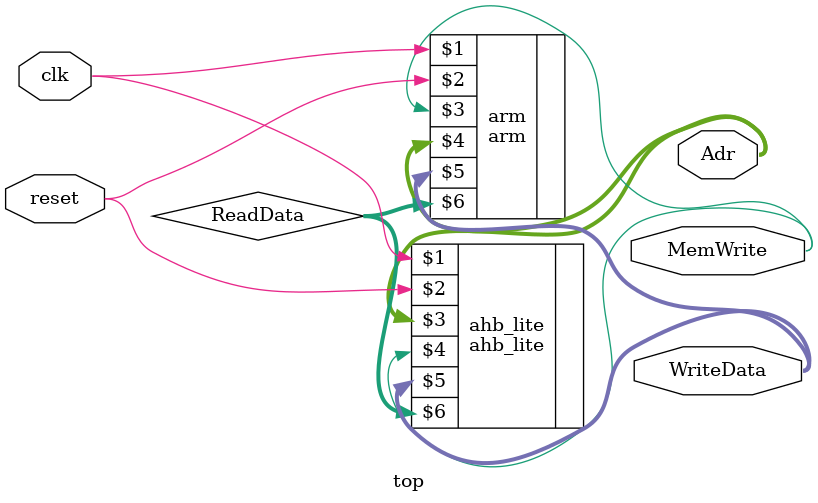
<source format=sv>
`timescale 1ns/1ps
module top(input  logic        clk, reset,
            output logic [31:0] WriteData, Adr,
            output logic        MemWrite);

  logic [31:0] ReadData;

  // instantiate processor and shared memroy
  arm arm(clk, reset, MemWrite, Adr, WriteData, ReadData);
  ahb_lite ahb_lite(clk, reset, Adr, MemWrite, WriteData, ReadData);

endmodule

</source>
